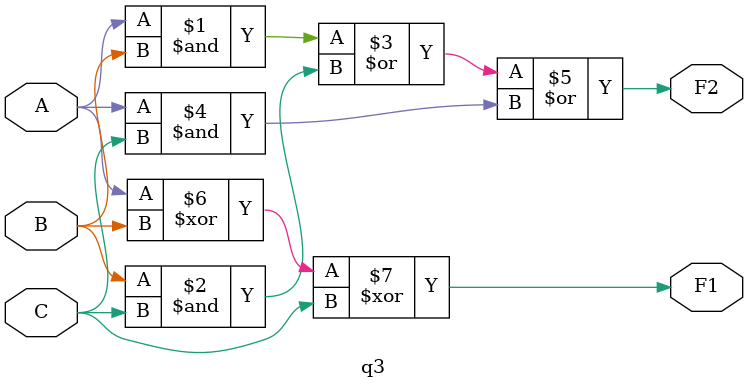
<source format=v>
module q3(A,B,C,F1,F2);
    input A,B,C;
    output F1,F2;
    assign F2 = ((A & B) | (B & C) | (A & C));
    assign F1 = A^B^C;
endmodule
</source>
